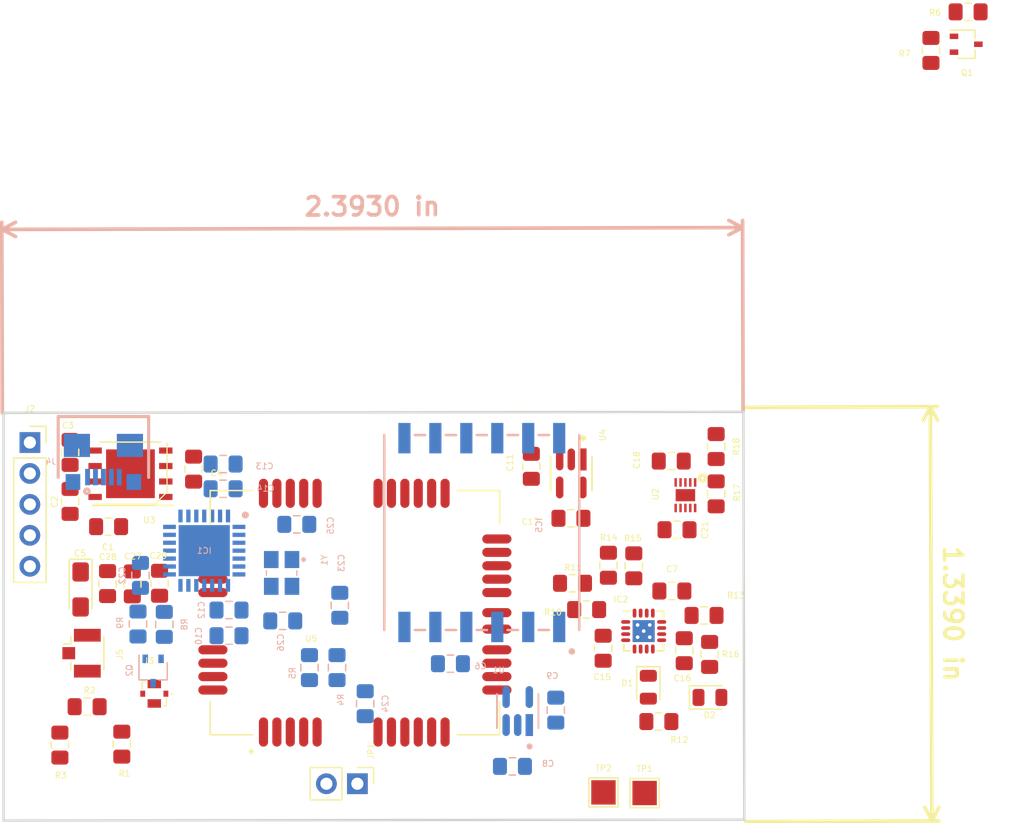
<source format=kicad_pcb>
(kicad_pcb (version 20171130) (host pcbnew "(5.0.2)-1")
  (layers (0 F.Cu signal) (1 In1.Cu power) (2 In2.Cu power) (31 B.Cu signal) (34 B.Paste user) (35 F.Paste user) (36 B.SilkS user) (37 F.SilkS user) (38 B.Mask user) (39 F.Mask user) (44 Edge.Cuts user))
  (net 0 "")
  (net 1 "Net-(U1-Pad4)")
  (net 2 "Net-(C2-Pad1)")
  (net 3 /simModule/UART_GSM_RTS)
  (net 4 /simModule/UART_RX_GSM)
  (net 5 "Net-(C1-Pad1)")
  (net 6 GND)
  (net 7 /powerSupply/Vcc_3.3V)
  (net 8 "Net-(U3-Pad2)")
  (net 9 "Net-(U3-Pad4)")
  (net 10 "Net-(U3-Pad5)")
  (net 11 /gpsModule/UART_RX_GSM)
  (net 12 "Net-(C3-Pad1)")
  (net 13 "Net-(C4-Pad1)")
  (net 14 "Net-(J2-Pad5)")
  (net 15 "Net-(J3-Pad2)")
  (net 16 "Net-(U4-Pad4)")
  (net 17 "Net-(C17-Pad1)")
  (net 18 /microcontroller/UART_RX3_UC)
  (net 19 /microcontroller/UART_CTS3_UC)
  (net 20 /microcontroller/UART_RX2_UC)
  (net 21 "Net-(C22-Pad1)")
  (net 22 "Net-(C24-Pad1)")
  (net 23 "Net-(Q1-Pad1)")
  (net 24 /microcontroller/RESET2)
  (net 25 /microcontroller/LDO_ENABLE)
  (net 26 /microcontroller/CALL_RECEIVED)
  (net 27 "Net-(C26-Pad1)")
  (net 28 "Net-(C25-Pad1)")
  (net 29 "Net-(FB1-Pad1)")
  (net 30 "Net-(U5-Pad5)")
  (net 31 "Net-(U5-Pad4)")
  (net 32 "Net-(U5-Pad3)")
  (net 33 "Net-(U5-Pad2)")
  (net 34 "Net-(U5-Pad6)")
  (net 35 "Net-(U5-Pad7)")
  (net 36 "Net-(U5-Pad8)")
  (net 37 "Net-(U5-Pad9)")
  (net 38 "Net-(U5-Pad11)")
  (net 39 "Net-(U5-Pad25)")
  (net 40 "Net-(U5-Pad32)")
  (net 41 "Net-(U5-Pad15)")
  (net 42 "Net-(U5-Pad14)")
  (net 43 "Net-(U5-Pad13)")
  (net 44 "Net-(U5-Pad12)")
  (net 45 "Net-(U5-Pad16)")
  (net 46 "Net-(U5-Pad17)")
  (net 47 "Net-(U5-Pad18)")
  (net 48 "Net-(U5-Pad19)")
  (net 49 "Net-(U5-Pad42)")
  (net 50 "Net-(U5-Pad41)")
  (net 51 "Net-(IC5-Pad3)")
  (net 52 "Net-(IC5-Pad6)")
  (net 53 "Net-(IC5-Pad7)")
  (net 54 "Net-(IC5-Pad8)")
  (net 55 "Net-(IC5-Pad9)")
  (net 56 "Net-(IC5-Pad11)")
  (net 57 "Net-(IC5-Pad12)")
  (net 58 "Net-(J3-Pad1)")
  (net 59 "Net-(Q2-Pad1)")
  (net 60 /simModule/GSM_POWER_ON)
  (net 61 /microcontroller/SLEEP)
  (net 62 "Net-(IC1-Pad4)")
  (net 63 "Net-(IC1-Pad14)")
  (net 64 "Net-(IC1-Pad15)")
  (net 65 "Net-(IC1-Pad16)")
  (net 66 "Net-(IC1-Pad21)")
  (net 67 "Net-(IC1-Pad26)")
  (net 68 "Net-(IC1-Pad27)")
  (net 69 "Net-(IC1-Pad28)")
  (net 70 "Net-(IC1-Pad29)")
  (net 71 "Net-(Y1-Pad2)")
  (net 72 "Net-(Y1-Pad4)")
  (net 73 "Net-(IC2-Pad1)")
  (net 74 "Net-(IC2-Pad12)")
  (net 75 "Net-(IC2-Pad14)")
  (net 76 "Net-(IC2-Pad16)")
  (net 77 "Net-(C15-Pad1)")
  (net 78 "Net-(U2-Pad5)")
  (net 79 "Net-(U2-Pad6)")
  (net 80 "Net-(U2-Pad7)")
  (net 81 "Net-(U2-Pad8)")
  (net 82 "Net-(D1-Pad2)")
  (net 83 "Net-(D2-Pad2)")
  (net 84 "Net-(D1-Pad1)")
  (net 85 "Net-(D2-Pad1)")
  (net 86 /microcontroller/USB-)
  (net 87 /microcontroller/USB+)
  (net 88 "Net-(R17-Pad1)")
  (net 89 /powerSupply/Vcc_3.5V)
  (net 90 /powerSupply/3.8V_Bat_5V_USB)
  (net 91 /microcontroller/VBUS)
  (net 92 "Net-(J5-Pad1)")
  (module Connector_Coaxial:U.FL_Hirose_U.FL-R-SMT-1_Vertical (layer F.Cu) (at 105.2068 82.169)
    (fp_text reference J5 (at 3.1242 0.1016 90) (layer F.SilkS) (effects (font (size 0.5 0.5) (thickness 0.075))))
    (fp_text value Conn_Coaxial)
    (pad 2 smd rect (at 0.475 1.475) (size 2.2 1.05) (layers F.Cu F.Paste F.Mask) (net 6 GND))
    (pad 1 smd rect (at -1.05 0) (size 1.05 1) (layers F.Cu F.Paste F.Mask) (net 92 "Net-(J5-Pad1)"))
    (pad 2 smd rect (at 0.475 -1.475) (size 2.2 1.05) (layers F.Cu F.Paste F.Mask) (net 6 GND))
  )
  (module Resistor_SMD:R_0805_2012Metric_Pad1.15x1.40mm_HandSolder (layer F.Cu) (at 157.2768 65.2018 270)
    (fp_text reference R18 (at 0 -1.65 270) (layer F.SilkS) (effects (font (size 0.5 0.5) (thickness 0.075))))
    (fp_text value 1kOhm)
    (pad 2 smd roundrect (at 1.025 0 270) (size 1.15 1.4) (layers F.Cu F.Paste F.Mask) (roundrect_rratio 0.217391) (net 88 "Net-(R17-Pad1)"))
    (pad 1 smd roundrect (at -1.025 0 270) (size 1.15 1.4) (layers F.Cu F.Paste F.Mask) (roundrect_rratio 0.217391) (net 6 GND))
  )
  (module Resistor_SMD:R_0805_2012Metric_Pad1.15x1.40mm_HandSolder (layer F.Cu) (at 157.2768 69.088 270)
    (fp_text reference R17 (at -0.1016 -1.7018 90) (layer F.SilkS) (effects (font (size 0.5 0.5) (thickness 0.075))))
    (fp_text value 5.56kOhm)
    (pad 1 smd roundrect (at -1.025 0 270) (size 1.15 1.4) (layers F.Cu F.Paste F.Mask) (roundrect_rratio 0.217391) (net 88 "Net-(R17-Pad1)"))
    (pad 2 smd roundrect (at 1.025 0 270) (size 1.15 1.4) (layers F.Cu F.Paste F.Mask) (roundrect_rratio 0.217391) (net 89 /powerSupply/Vcc_3.5V))
  )
  (module Capacitor_SMD:C_0805_2012Metric_Pad1.15x1.40mm_HandSolder (layer F.Cu) (at 153.5938 66.3956 180)
    (fp_text reference C18 (at 2.8358 0.0762 270) (layer F.SilkS) (effects (font (size 0.5 0.5) (thickness 0.075))))
    (fp_text value 470nF)
    (pad 2 smd roundrect (at 1.025 0 180) (size 1.15 1.4) (layers F.Cu F.Paste F.Mask) (roundrect_rratio 0.217391) (net 6 GND))
    (pad 1 smd roundrect (at -1.025 0 180) (size 1.15 1.4) (layers F.Cu F.Paste F.Mask) (roundrect_rratio 0.217391) (net 89 /powerSupply/Vcc_3.5V))
  )
  (module Capacitor_SMD:C_0805_2012Metric_Pad1.15x1.40mm_HandSolder (layer F.Cu) (at 154.0674 72.0344 180)
    (fp_text reference C21 (at -2.295 -0.0254 270) (layer F.SilkS) (effects (font (size 0.5 0.5) (thickness 0.075))))
    (fp_text value 10uF)
    (pad 1 smd roundrect (at -1.025 0 180) (size 1.15 1.4) (layers F.Cu F.Paste F.Mask) (roundrect_rratio 0.217391) (net 90 /powerSupply/3.8V_Bat_5V_USB))
    (pad 2 smd roundrect (at 1.025 0 180) (size 1.15 1.4) (layers F.Cu F.Paste F.Mask) (roundrect_rratio 0.217391) (net 6 GND))
  )
  (module Capacitor_SMD:C_0805_2012Metric_Pad1.15x1.40mm_HandSolder (layer F.Cu) (at 154.6606 81.9658 270)
    (fp_text reference C16 (at 2.2606 0.1524) (layer F.SilkS) (effects (font (size 0.5 0.5) (thickness 0.075))))
    (fp_text value 4.7uF)
    (pad 2 smd roundrect (at 1.025 0 270) (size 1.15 1.4) (layers F.Cu F.Paste F.Mask) (roundrect_rratio 0.217391) (net 6 GND))
    (pad 1 smd roundrect (at -1.025 0 270) (size 1.15 1.4) (layers F.Cu F.Paste F.Mask) (roundrect_rratio 0.217391) (net 90 /powerSupply/3.8V_Bat_5V_USB))
  )
  (module Capacitor_SMD:C_0805_2012Metric_Pad1.15x1.40mm_HandSolder (layer F.Cu) (at 148.0058 81.7626 270)
    (fp_text reference C15 (at 2.3622 0.0762) (layer F.SilkS) (effects (font (size 0.5 0.5) (thickness 0.075))))
    (fp_text value 4.7uF)
    (pad 1 smd roundrect (at -1.025 0 270) (size 1.15 1.4) (layers F.Cu F.Paste F.Mask) (roundrect_rratio 0.217391) (net 77 "Net-(C15-Pad1)"))
    (pad 2 smd roundrect (at 1.025 0 270) (size 1.15 1.4) (layers F.Cu F.Paste F.Mask) (roundrect_rratio 0.217391) (net 6 GND))
  )
  (module LED_SMD:LED_0805_2012Metric (layer F.Cu) (at 156.7688 85.8012)
    (fp_text reference D2 (at -0.0254 1.4478) (layer F.SilkS) (effects (font (size 0.5 0.5) (thickness 0.075))))
    (fp_text value LED_Small)
    (pad 2 smd roundrect (at 0.9375 0) (size 0.975 1.4) (layers F.Cu F.Paste F.Mask) (net 83 "Net-(D2-Pad2)"))
    (pad 1 smd roundrect (at -0.9375 0) (size 0.975 1.4) (layers F.Cu F.Paste F.Mask) (net 85 "Net-(D2-Pad1)"))
  )
  (module LED_SMD:LED_0805_2012Metric (layer F.Cu) (at 151.7142 84.963 270)
    (fp_text reference D1 (at -0.3302 1.7272 180) (layer F.SilkS) (effects (font (size 0.5 0.5) (thickness 0.075))))
    (fp_text value LED_Small)
    (pad 1 smd roundrect (at -0.9375 0 270) (size 0.975 1.4) (layers F.Cu F.Paste F.Mask) (net 84 "Net-(D1-Pad1)"))
    (pad 2 smd roundrect (at 0.9375 0 270) (size 0.975 1.4) (layers F.Cu F.Paste F.Mask) (net 82 "Net-(D1-Pad2)"))
  )
  (module Resistor_SMD:R_0805_2012Metric_Pad1.15x1.40mm_HandSolder (layer F.Cu) (at 146.6506 78.5876 180)
    (fp_text reference R10 (at 2.7596 -0.2286 180) (layer F.SilkS) (effects (font (size 0.5 0.5) (thickness 0.075))))
    (fp_text value 200kOhm)
    (pad 1 smd roundrect (at -1.025 0 180) (size 1.15 1.4) (layers F.Cu F.Paste F.Mask) (roundrect_rratio 0.217391) (net 73 "Net-(IC2-Pad1)"))
    (pad 2 smd roundrect (at 1.025 0 180) (size 1.15 1.4) (layers F.Cu F.Paste F.Mask) (roundrect_rratio 0.217391) (net 91 /microcontroller/VBUS))
  )
  (module Resistor_SMD:R_0805_2012Metric_Pad1.15x1.40mm_HandSolder (layer F.Cu) (at 150.5204 74.9972 270)
    (fp_text reference R15 (at -2.2606 0.0762) (layer F.SilkS) (effects (font (size 0.5 0.5) (thickness 0.075))))
    (fp_text value 0ohm)
    (pad 2 smd roundrect (at 1.025 0 270) (size 1.15 1.4) (layers F.Cu F.Paste F.Mask) (roundrect_rratio 0.217391) (net 75 "Net-(IC2-Pad14)"))
    (pad 1 smd roundrect (at -1.025 0 270) (size 1.15 1.4) (layers F.Cu F.Paste F.Mask) (roundrect_rratio 0.217391) (net 6 GND))
  )
  (module Resistor_SMD:R_0805_2012Metric_Pad1.15x1.40mm_HandSolder (layer F.Cu) (at 156.7434 82.2706 90)
    (fp_text reference R16 (at 0.0254 1.7272 180) (layer F.SilkS) (effects (font (size 0.5 0.5) (thickness 0.075))))
    (fp_text value 1.5kOhm)
    (pad 1 smd roundrect (at -1.025 0 90) (size 1.15 1.4) (layers F.Cu F.Paste F.Mask) (roundrect_rratio 0.217391) (net 83 "Net-(D2-Pad2)"))
    (pad 2 smd roundrect (at 1.025 0 90) (size 1.15 1.4) (layers F.Cu F.Paste F.Mask) (roundrect_rratio 0.217391) (net 90 /powerSupply/3.8V_Bat_5V_USB))
  )
  (module Resistor_SMD:R_0805_2012Metric_Pad1.15x1.40mm_HandSolder (layer F.Cu) (at 148.4376 74.9464 270)
    (fp_text reference R14 (at -2.2696 -0.0254 180) (layer F.SilkS) (effects (font (size 0.5 0.5) (thickness 0.075))))
    (fp_text value 900ohm)
    (pad 2 smd roundrect (at 1.025 0 270) (size 1.15 1.4) (layers F.Cu F.Paste F.Mask) (roundrect_rratio 0.217391) (net 76 "Net-(IC2-Pad16)"))
    (pad 1 smd roundrect (at -1.025 0 270) (size 1.15 1.4) (layers F.Cu F.Paste F.Mask) (roundrect_rratio 0.217391) (net 6 GND))
  )
  (module Resistor_SMD:R_0805_2012Metric_Pad1.15x1.40mm_HandSolder (layer F.Cu) (at 156.2862 79.0702 180)
    (fp_text reference R13 (at -2.6162 1.651 180) (layer F.SilkS) (effects (font (size 0.5 0.5) (thickness 0.075))))
    (fp_text value NP)
    (pad 1 smd roundrect (at -1.025 0 180) (size 1.15 1.4) (layers F.Cu F.Paste F.Mask) (roundrect_rratio 0.217391) (net 6 GND))
    (pad 2 smd roundrect (at 1.025 0 180) (size 1.15 1.4) (layers F.Cu F.Paste F.Mask) (roundrect_rratio 0.217391) (net 74 "Net-(IC2-Pad12)"))
  )
  (module Resistor_SMD:R_0805_2012Metric_Pad1.15x1.40mm_HandSolder (layer F.Cu) (at 152.5778 87.7824)
    (fp_text reference R12 (at 1.6764 1.4986) (layer F.SilkS) (effects (font (size 0.5 0.5) (thickness 0.075))))
    (fp_text value 1.5kOhm)
    (pad 2 smd roundrect (at 1.025 0) (size 1.15 1.4) (layers F.Cu F.Paste F.Mask) (roundrect_rratio 0.217391) (net 90 /powerSupply/3.8V_Bat_5V_USB))
    (pad 1 smd roundrect (at -1.025 0) (size 1.15 1.4) (layers F.Cu F.Paste F.Mask) (roundrect_rratio 0.217391) (net 82 "Net-(D1-Pad2)"))
  )
  (module Resistor_SMD:R_0805_2012Metric_Pad1.15x1.40mm_HandSolder (layer F.Cu) (at 145.4912 76.4286)
    (fp_text reference R11 (at 0.0508 -1.2954) (layer F.SilkS) (effects (font (size 0.5 0.5) (thickness 0.075))))
    (fp_text value 49.9kOhm)
    (pad 1 smd roundrect (at -1.025 0) (size 1.15 1.4) (layers F.Cu F.Paste F.Mask) (roundrect_rratio 0.217391) (net 6 GND))
    (pad 2 smd roundrect (at 1.025 0) (size 1.15 1.4) (layers F.Cu F.Paste F.Mask) (roundrect_rratio 0.217391) (net 73 "Net-(IC2-Pad1)"))
  )
  (module TLV75201PDSQT:SON40P200X200X80-11N (layer F.Cu) (at 154.7558 69.1982 270)
    (fp_text reference U2 (at -0.0848 2.4574 270) (layer F.SilkS) (effects (font (size 0.5 0.5) (thickness 0.075))))
    (fp_text value TLV75201PDSQT hide)
    (pad 1 smd rect (at -1.05 -0.8) (size 0.2 0.7) (layers F.Cu F.Paste F.Mask) (net 88 "Net-(R17-Pad1)"))
    (pad 2 smd rect (at -1.05 -0.4) (size 0.2 0.7) (layers F.Cu F.Paste F.Mask) (net 6 GND))
    (pad 3 smd rect (at -1.05 0) (size 0.2 0.7) (layers F.Cu F.Paste F.Mask) (net 89 /powerSupply/Vcc_3.5V))
    (pad 4 smd rect (at -1.05 0.4) (size 0.2 0.7) (layers F.Cu F.Paste F.Mask) (net 6 GND))
    (pad 5 smd rect (at -1.05 0.8) (size 0.2 0.7) (layers F.Cu F.Paste F.Mask) (net 78 "Net-(U2-Pad5)"))
    (pad 6 smd rect (at 1.05 0.8) (size 0.2 0.7) (layers F.Cu F.Paste F.Mask) (net 79 "Net-(U2-Pad6)"))
    (pad 7 smd rect (at 1.05 0.4) (size 0.2 0.7) (layers F.Cu F.Paste F.Mask) (net 80 "Net-(U2-Pad7)"))
    (pad 8 smd rect (at 1.05 0) (size 0.2 0.7) (layers F.Cu F.Paste F.Mask) (net 81 "Net-(U2-Pad8)"))
    (pad 9 smd rect (at 1.05 -0.4) (size 0.2 0.7) (layers F.Cu F.Paste F.Mask) (net 90 /powerSupply/3.8V_Bat_5V_USB))
    (pad 10 smd rect (at 1.05 -0.8) (size 0.2 0.7) (layers F.Cu F.Paste F.Mask) (net 89 /powerSupply/Vcc_3.5V))
    (pad 11 smd rect (at 0 0 270) (size 1 1.6) (layers F.Cu F.Paste F.Mask) (net 6 GND))
  )
  (module TestPoint:TestPoint_Pad_2.0x2.0mm (layer F.Cu) (at 151.4094 93.6498)
    (fp_text reference TP1 (at 0 -1.998) (layer F.SilkS) (effects (font (size 0.5 0.5) (thickness 0.075))))
    (fp_text value Battery_GND)
    (pad 1 smd rect (at 0 0) (size 2 2) (layers F.Cu F.Mask) (net 6 GND))
  )
  (module TestPoint:TestPoint_Pad_2.0x2.0mm (layer F.Cu) (at 148.0312 93.599)
    (fp_text reference TP2 (at 0 -1.998) (layer F.SilkS) (effects (font (size 0.5 0.5) (thickness 0.075))))
    (fp_text value Battery+)
    (pad 1 smd rect (at 0 0) (size 2 2) (layers F.Cu F.Mask) (net 77 "Net-(C15-Pad1)"))
  )
  (module Package_DFN_QFN:QFN-16-1EP_3x3mm_P0.5mm_EP2.7x2.7mm_ThermalVias (layer F.Cu) (at 151.3314 80.3536)
    (fp_text reference IC2 (at -1.8778 -2.6042) (layer F.SilkS) (effects (font (size 0.5 0.5) (thickness 0.075))))
    (fp_text value BQ24072TRGTT)
    (pad 1 smd oval (at -1.475 -0.75) (size 0.75 0.3) (layers F.Cu F.Paste F.Mask) (net 73 "Net-(IC2-Pad1)"))
    (pad 2 smd oval (at -1.475 -0.25) (size 0.75 0.3) (layers F.Cu F.Paste F.Mask) (net 77 "Net-(C15-Pad1)"))
    (pad 3 smd oval (at -1.475 0.25) (size 0.75 0.3) (layers F.Cu F.Paste F.Mask) (net 77 "Net-(C15-Pad1)"))
    (pad 4 smd oval (at -1.475 0.75) (size 0.75 0.3) (layers F.Cu F.Paste F.Mask) (net 6 GND))
    (pad 5 smd oval (at -0.75 1.475 90) (size 0.75 0.3) (layers F.Cu F.Paste F.Mask) (net 6 GND))
    (pad 6 smd oval (at -0.25 1.475 90) (size 0.75 0.3) (layers F.Cu F.Paste F.Mask) (net 6 GND))
    (pad 7 smd oval (at 0.25 1.475 90) (size 0.75 0.3) (layers F.Cu F.Paste F.Mask) (net 84 "Net-(D1-Pad1)"))
    (pad 8 smd oval (at 0.75 1.475 90) (size 0.75 0.3) (layers F.Cu F.Paste F.Mask) (net 6 GND))
    (pad 9 smd oval (at 1.475 0.75) (size 0.75 0.3) (layers F.Cu F.Paste F.Mask) (net 85 "Net-(D2-Pad1)"))
    (pad 10 smd oval (at 1.475 0.25) (size 0.75 0.3) (layers F.Cu F.Paste F.Mask) (net 90 /powerSupply/3.8V_Bat_5V_USB))
    (pad 11 smd oval (at 1.475 -0.25) (size 0.75 0.3) (layers F.Cu F.Paste F.Mask) (net 90 /powerSupply/3.8V_Bat_5V_USB))
    (pad 12 smd oval (at 1.475 -0.75) (size 0.75 0.3) (layers F.Cu F.Paste F.Mask) (net 74 "Net-(IC2-Pad12)"))
    (pad 13 smd oval (at 0.75 -1.475 90) (size 0.75 0.3) (layers F.Cu F.Paste F.Mask) (net 91 /microcontroller/VBUS))
    (pad 14 smd oval (at 0.25 -1.475 90) (size 0.75 0.3) (layers F.Cu F.Paste F.Mask) (net 75 "Net-(IC2-Pad14)"))
    (pad 15 smd oval (at -0.25 -1.475 90) (size 0.75 0.3) (layers F.Cu F.Paste F.Mask) (net 6 GND))
    (pad 16 smd oval (at -0.75 -1.475 90) (size 0.75 0.3) (layers F.Cu F.Paste F.Mask) (net 76 "Net-(IC2-Pad16)"))
    (pad 17 smd rect (at 0 0) (size 1.8 1.8) (layers B.Cu) (net 6 GND))
    (pad 17 smd rect (at 0 0) (size 1.8 1.8) (layers F.Cu F.Mask) (net 6 GND))
    (pad 17 thru_hole circle (at 0 0) (size 0.6 0.6) (drill 0.3) (layers *.Cu) (net 6 GND))
    (pad 17 thru_hole circle (at -0.5 -0.5) (size 0.6 0.6) (drill 0.3) (layers *.Cu) (net 6 GND))
    (pad 17 thru_hole circle (at 0.5 -0.5) (size 0.6 0.6) (drill 0.3) (layers *.Cu) (net 6 GND))
    (pad 17 thru_hole circle (at 0.5 0.5) (size 0.6 0.6) (drill 0.3) (layers *.Cu) (net 6 GND))
    (pad 17 thru_hole circle (at -0.5 0.5) (size 0.6 0.6) (drill 0.3) (layers *.Cu) (net 6 GND))
  )
  (module USB_JAE:DX4R005HJ5 (layer B.Cu) (at 103.290893 68.140403)
    (fp_text reference J4 (at -0.6096 -1.7018) (layer B.SilkS) (effects (font (size 0.5 0.5) (thickness 0.075)) (justify mirror)))
    (fp_text value USB_A hide)
    (pad 1 smd rect (at 2.41 -0.429) (size 0.4 1.35) (layers B.Cu B.Paste B.Mask) (net 91 /microcontroller/VBUS))
    (pad 2 smd rect (at 3.06 -0.429) (size 0.4 1.35) (layers B.Cu B.Paste B.Mask) (net 86 /microcontroller/USB-))
    (pad 3 smd rect (at 3.71 -0.429) (size 0.4 1.35) (layers B.Cu B.Paste B.Mask) (net 87 /microcontroller/USB+))
    (pad 4 smd rect (at 4.36 -0.429) (size 0.4 1.35) (layers B.Cu B.Paste B.Mask) (net 6 GND))
    (pad 5 smd rect (at 5.01 -0.429) (size 0.4 1.35) (layers B.Cu B.Paste B.Mask) (net 6 GND))
    (pad 6 smd rect (at 6.21 -0.029) (size 1.2 1.3) (layers B.Cu B.Paste B.Mask))
    (pad 7 smd rect (at 1.21 -0.029) (size 1.2 1.3) (layers B.Cu B.Paste B.Mask))
    (pad 8 smd rect (at 1.535 -3.029 270) (size 1.9 2.15) (layers B.Cu B.Paste B.Mask))
    (pad 9 smd rect (at 5.885 -3.029 270) (size 1.9 2.15) (layers B.Cu B.Paste B.Mask))
  )
  (module PIC32MM0256GPM028-I_ML:QFN65P600X600X100-29N-D (layer B.Cu) (at 115.272801 73.75144 180)
    (fp_text reference IC1 (at 0 0 180) (layer B.SilkS) (effects (font (size 0.5 0.5) (thickness 0.075)) (justify mirror)))
    (fp_text value PIC32MM0256GPM028-I_ML hide)
    (pad 1 smd rect (at -2.85 1.95 90) (size 0.35 1.05) (layers B.Cu B.Paste B.Mask) (net 20 /microcontroller/UART_RX2_UC))
    (pad 2 smd rect (at -2.85 1.3 90) (size 0.35 1.05) (layers B.Cu B.Paste B.Mask) (net 11 /gpsModule/UART_RX_GSM))
    (pad 3 smd rect (at -2.85 0.65 90) (size 0.35 1.05) (layers B.Cu B.Paste B.Mask) (net 61 /microcontroller/SLEEP))
    (pad 4 smd rect (at -2.85 0 90) (size 0.35 1.05) (layers B.Cu B.Paste B.Mask) (net 62 "Net-(IC1-Pad4)"))
    (pad 5 smd rect (at -2.85 -0.65 90) (size 0.35 1.05) (layers B.Cu B.Paste B.Mask) (net 6 GND))
    (pad 6 smd rect (at -2.85 -1.3 90) (size 0.35 1.05) (layers B.Cu B.Paste B.Mask) (net 28 "Net-(C25-Pad1)"))
    (pad 7 smd rect (at -2.85 -1.95 90) (size 0.35 1.05) (layers B.Cu B.Paste B.Mask) (net 27 "Net-(C26-Pad1)"))
    (pad 8 smd rect (at -1.95 -2.85 180) (size 0.35 1.05) (layers B.Cu B.Paste B.Mask) (net 4 /simModule/UART_RX_GSM))
    (pad 9 smd rect (at -1.3 -2.85 180) (size 0.35 1.05) (layers B.Cu B.Paste B.Mask) (net 18 /microcontroller/UART_RX3_UC))
    (pad 10 smd rect (at -0.65 -2.85 180) (size 0.35 1.05) (layers B.Cu B.Paste B.Mask) (net 89 /powerSupply/Vcc_3.5V))
    (pad 11 smd rect (at 0 -2.85 180) (size 0.35 1.05) (layers B.Cu B.Paste B.Mask) (net 19 /microcontroller/UART_CTS3_UC))
    (pad 12 smd rect (at 0.65 -2.85 180) (size 0.35 1.05) (layers B.Cu B.Paste B.Mask) (net 91 /microcontroller/VBUS))
    (pad 13 smd rect (at 1.3 -2.85 180) (size 0.35 1.05) (layers B.Cu B.Paste B.Mask) (net 3 /simModule/UART_GSM_RTS))
    (pad 14 smd rect (at 1.95 -2.85 180) (size 0.35 1.05) (layers B.Cu B.Paste B.Mask) (net 63 "Net-(IC1-Pad14)"))
    (pad 15 smd rect (at 2.85 -1.95 90) (size 0.35 1.05) (layers B.Cu B.Paste B.Mask) (net 64 "Net-(IC1-Pad15)"))
    (pad 16 smd rect (at 2.85 -1.3 90) (size 0.35 1.05) (layers B.Cu B.Paste B.Mask) (net 65 "Net-(IC1-Pad16)"))
    (pad 17 smd rect (at 2.85 -0.65 90) (size 0.35 1.05) (layers B.Cu B.Paste B.Mask) (net 21 "Net-(C22-Pad1)"))
    (pad 18 smd rect (at 2.85 0 90) (size 0.35 1.05) (layers B.Cu B.Paste B.Mask) (net 86 /microcontroller/USB-))
    (pad 19 smd rect (at 2.85 0.65 90) (size 0.35 1.05) (layers B.Cu B.Paste B.Mask) (net 87 /microcontroller/USB+))
    (pad 20 smd rect (at 2.85 1.3 90) (size 0.35 1.05) (layers B.Cu B.Paste B.Mask) (net 17 "Net-(C17-Pad1)"))
    (pad 21 smd rect (at 2.85 1.95 90) (size 0.35 1.05) (layers B.Cu B.Paste B.Mask) (net 66 "Net-(IC1-Pad21)"))
    (pad 22 smd rect (at 1.95 2.85 180) (size 0.35 1.05) (layers B.Cu B.Paste B.Mask) (net 26 /microcontroller/CALL_RECEIVED))
    (pad 23 smd rect (at 1.3 2.85 180) (size 0.35 1.05) (layers B.Cu B.Paste B.Mask) (net 25 /microcontroller/LDO_ENABLE))
    (pad 24 smd rect (at 0.65 2.85 180) (size 0.35 1.05) (layers B.Cu B.Paste B.Mask) (net 6 GND))
    (pad 25 smd rect (at 0 2.85 180) (size 0.35 1.05) (layers B.Cu B.Paste B.Mask) (net 89 /powerSupply/Vcc_3.5V))
    (pad 26 smd rect (at -0.65 2.85 180) (size 0.35 1.05) (layers B.Cu B.Paste B.Mask) (net 67 "Net-(IC1-Pad26)"))
    (pad 27 smd rect (at -1.3 2.85 180) (size 0.35 1.05) (layers B.Cu B.Paste B.Mask) (net 68 "Net-(IC1-Pad27)"))
    (pad 28 smd rect (at -1.95 2.85 180) (size 0.35 1.05) (layers B.Cu B.Paste B.Mask) (net 69 "Net-(IC1-Pad28)"))
    (pad 29 smd rect (at 0 0 180) (size 4.2 4.2) (layers B.Cu B.Paste B.Mask) (net 70 "Net-(IC1-Pad29)"))
  )
  (module Package_TO_SOT_SMD:SOT-323_SC-70 (layer B.Cu) (at 111.081801 83.63204 270)
    (fp_text reference Q2 (at -0.05 1.95 270) (layer B.SilkS) (effects (font (size 0.5 0.5) (thickness 0.075)) (justify mirror)))
    (fp_text value BC847BW,115)
    (pad 1 smd rect (at -1 0.65) (size 0.45 0.7) (layers B.Cu B.Paste B.Mask) (net 59 "Net-(Q2-Pad1)"))
    (pad 2 smd rect (at -1 -0.65) (size 0.45 0.7) (layers B.Cu B.Paste B.Mask) (net 6 GND))
    (pad 3 smd rect (at 1 0) (size 0.45 0.7) (layers B.Cu B.Paste B.Mask) (net 60 /simModule/GSM_POWER_ON))
  )
  (module Resistor_SMD:R_0805_2012Metric_Pad1.15x1.40mm_HandSolder (layer B.Cu) (at 109.837201 79.77124 90)
    (fp_text reference R9 (at 0.1016 -1.4732 90) (layer B.SilkS) (effects (font (size 0.5 0.5) (thickness 0.075)) (justify mirror)))
    (fp_text value 47kOhm)
    (pad 2 smd roundrect (at 1.025 0 90) (size 1.15 1.4) (layers B.Cu B.Paste B.Mask) (roundrect_rratio 0.217391) (net 6 GND))
    (pad 1 smd roundrect (at -1.025 0 90) (size 1.15 1.4) (layers B.Cu B.Paste B.Mask) (roundrect_rratio 0.217391) (net 59 "Net-(Q2-Pad1)"))
  )
  (module Resistor_SMD:R_0805_2012Metric_Pad1.15x1.40mm_HandSolder (layer B.Cu) (at 111.996201 79.80564 90)
    (fp_text reference R8 (at 0 1.65 90) (layer B.SilkS) (effects (font (size 0.5 0.5) (thickness 0.075)) (justify mirror)))
    (fp_text value 10kOhm)
    (pad 1 smd roundrect (at -1.025 0 90) (size 1.15 1.4) (layers B.Cu B.Paste B.Mask) (roundrect_rratio 0.217391) (net 59 "Net-(Q2-Pad1)"))
    (pad 2 smd roundrect (at 1.025 0 90) (size 1.15 1.4) (layers B.Cu B.Paste B.Mask) (roundrect_rratio 0.217391) (net 65 "Net-(IC1-Pad16)"))
  )
  (module Capacitor_SMD:C_0805_2012Metric_Pad1.15x1.40mm_HandSolder (layer F.Cu) (at 111.6076 76.4286 270)
    (fp_text reference C29 (at -2.2606 0.1016) (layer F.SilkS) (effects (font (size 0.5 0.5) (thickness 0.075))))
    (fp_text value 10pF)
    (pad 1 smd roundrect (at -1.025 0 270) (size 1.15 1.4) (layers F.Cu F.Paste F.Mask) (roundrect_rratio 0.217391) (net 89 /powerSupply/Vcc_3.5V))
    (pad 2 smd roundrect (at 1.025 0 270) (size 1.15 1.4) (layers F.Cu F.Paste F.Mask) (roundrect_rratio 0.217391) (net 6 GND))
  )
  (module L86-M33:L80-M39 (layer B.Cu) (at 132.969 64.516 270)
    (fp_text reference IC5 (at 7.154 -9.779 270) (layer B.SilkS) (effects (font (size 0.5 0.5) (thickness 0.075)) (justify mirror)))
    (fp_text value L86-M33 hide)
    (pad 1 smd rect (at 15.5 -11.43 180) (size 1 2.5) (layers B.Cu B.Paste B.Mask) (net 11 /gpsModule/UART_RX_GSM))
    (pad 2 smd rect (at 15.5 -8.89 180) (size 1 2.5) (layers B.Cu B.Paste B.Mask) (net 20 /microcontroller/UART_RX2_UC))
    (pad 3 smd rect (at 15.5 -6.35 180) (size 1 2.5) (layers B.Cu B.Paste B.Mask) (net 51 "Net-(IC5-Pad3)"))
    (pad 4 smd rect (at 15.5 -3.81 180) (size 1 2.5) (layers B.Cu B.Paste B.Mask) (net 7 /powerSupply/Vcc_3.3V))
    (pad 5 smd rect (at 15.5 -1.27 180) (size 1 2.5) (layers B.Cu B.Paste B.Mask) (net 7 /powerSupply/Vcc_3.3V))
    (pad 6 smd rect (at 15.5 1.27 180) (size 1 2.5) (layers B.Cu B.Paste B.Mask) (net 52 "Net-(IC5-Pad6)"))
    (pad 7 smd rect (at 0 1.27 180) (size 1 2.5) (layers B.Cu B.Paste B.Mask) (net 53 "Net-(IC5-Pad7)"))
    (pad 8 smd rect (at 0 -1.27 180) (size 1 2.5) (layers B.Cu B.Paste B.Mask) (net 54 "Net-(IC5-Pad8)"))
    (pad 9 smd rect (at 0 -3.81 180) (size 1 2.5) (layers B.Cu B.Paste B.Mask) (net 55 "Net-(IC5-Pad9)"))
    (pad 10 smd rect (at 0 -6.35 180) (size 1 2.5) (layers B.Cu B.Paste B.Mask) (net 7 /powerSupply/Vcc_3.3V))
    (pad 11 smd rect (at 0 -8.89 180) (size 1 2.5) (layers B.Cu B.Paste B.Mask) (net 56 "Net-(IC5-Pad11)"))
    (pad 12 smd rect (at 0 -11.43 180) (size 1 2.5) (layers B.Cu B.Paste B.Mask) (net 57 "Net-(IC5-Pad12)"))
  )
  (module Quectel_M95:XCVR_M95 (layer F.Cu) (at 127.635 78.8416 90)
    (fp_text reference U5 (at -2.1336 -3.5814 180) (layer F.SilkS) (effects (font (size 0.5 0.5) (thickness 0.075))))
    (fp_text value M95)
    (pad 5 smd oval (at -9.8 -3.1 90) (size 2.4 0.75) (layers F.Cu F.Mask) (net 30 "Net-(U5-Pad5)"))
    (pad 27 smd oval (at 9.8 -3.1 90) (size 2.4 0.75) (layers F.Cu F.Mask) (net 5 "Net-(C1-Pad1)"))
    (pad 4 smd oval (at -9.8 -4.2 90) (size 2.4 0.75) (layers F.Cu F.Mask) (net 31 "Net-(U5-Pad4)"))
    (pad 3 smd oval (at -9.8 -5.3 90) (size 2.4 0.75) (layers F.Cu F.Mask) (net 32 "Net-(U5-Pad3)"))
    (pad 2 smd oval (at -9.8 -6.4 90) (size 2.4 0.75) (layers F.Cu F.Mask) (net 33 "Net-(U5-Pad2)"))
    (pad 1 smd oval (at -9.8 -7.5 90) (size 2.4 0.75) (layers F.Cu F.Mask) (net 6 GND))
    (pad 28 smd oval (at 9.8 -4.2 90) (size 2.4 0.75) (layers F.Cu F.Mask) (net 2 "Net-(C2-Pad1)"))
    (pad 29 smd oval (at 9.8 -5.3 90) (size 2.4 0.75) (layers F.Cu F.Mask) (net 13 "Net-(C4-Pad1)"))
    (pad 30 smd oval (at 9.8 -6.4 90) (size 2.4 0.75) (layers F.Cu F.Mask) (net 12 "Net-(C3-Pad1)"))
    (pad 31 smd oval (at 9.8 -7.5 90) (size 2.4 0.75) (layers F.Cu F.Mask) (net 6 GND))
    (pad 6 smd oval (at -9.8 1.9 90) (size 2.4 0.75) (layers F.Cu F.Mask) (net 34 "Net-(U5-Pad6)"))
    (pad 26 smd oval (at 9.8 1.9 90) (size 2.4 0.75) (layers F.Cu F.Mask) (net 26 /microcontroller/CALL_RECEIVED))
    (pad 7 smd oval (at -9.8 3 90) (size 2.4 0.75) (layers F.Cu F.Mask) (net 35 "Net-(U5-Pad7)"))
    (pad 8 smd oval (at -9.8 4.1 90) (size 2.4 0.75) (layers F.Cu F.Mask) (net 36 "Net-(U5-Pad8)"))
    (pad 9 smd oval (at -9.8 5.2 90) (size 2.4 0.75) (layers F.Cu F.Mask) (net 37 "Net-(U5-Pad9)"))
    (pad 10 smd oval (at -9.8 6.3 90) (size 2.4 0.75) (layers F.Cu F.Mask) (net 60 /simModule/GSM_POWER_ON))
    (pad 11 smd oval (at -9.8 7.4 90) (size 2.4 0.75) (layers F.Cu F.Mask) (net 38 "Net-(U5-Pad11)"))
    (pad 25 smd oval (at 9.8 3 90) (size 2.4 0.75) (layers F.Cu F.Mask) (net 39 "Net-(U5-Pad25)"))
    (pad 24 smd oval (at 9.8 4.1 90) (size 2.4 0.75) (layers F.Cu F.Mask) (net 19 /microcontroller/UART_CTS3_UC))
    (pad 23 smd oval (at 9.8 5.2 90) (size 2.4 0.75) (layers F.Cu F.Mask) (net 3 /simModule/UART_GSM_RTS))
    (pad 22 smd oval (at 9.8 6.3 90) (size 2.4 0.75) (layers F.Cu F.Mask) (net 18 /microcontroller/UART_RX3_UC))
    (pad 21 smd oval (at 9.8 7.4 90) (size 2.4 0.75) (layers F.Cu F.Mask) (net 4 /simModule/UART_RX_GSM))
    (pad 37 smd oval (at -3.05 -11.65 90) (size 0.75 2.4) (layers F.Cu F.Mask) (net 6 GND))
    (pad 38 smd oval (at -4.15 -11.65 90) (size 0.75 2.4) (layers F.Cu F.Mask) (net 6 GND))
    (pad 39 smd oval (at -5.25 -11.65 90) (size 0.75 2.4) (layers F.Cu F.Mask) (net 58 "Net-(J3-Pad1)"))
    (pad 40 smd oval (at -6.35 -11.65 90) (size 0.75 2.4) (layers F.Cu F.Mask) (net 6 GND))
    (pad 36 smd oval (at 1.65 -11.65 90) (size 0.75 2.4) (layers F.Cu F.Mask) (net 6 GND))
    (pad 35 smd oval (at 2.75 -11.65 90) (size 0.75 2.4) (layers F.Cu F.Mask) (net 6 GND))
    (pad 34 smd oval (at 3.85 -11.65 90) (size 0.75 2.4) (layers F.Cu F.Mask) (net 29 "Net-(FB1-Pad1)"))
    (pad 33 smd oval (at 4.95 -11.65 90) (size 0.75 2.4) (layers F.Cu F.Mask) (net 29 "Net-(FB1-Pad1)"))
    (pad 32 smd oval (at 6.05 -11.65 90) (size 0.75 2.4) (layers F.Cu F.Mask) (net 40 "Net-(U5-Pad32)"))
    (pad 15 smd oval (at -3.05 11.65 90) (size 0.75 2.4) (layers F.Cu F.Mask) (net 41 "Net-(U5-Pad15)"))
    (pad 14 smd oval (at -4.15 11.65 90) (size 0.75 2.4) (layers F.Cu F.Mask) (net 42 "Net-(U5-Pad14)"))
    (pad 13 smd oval (at -5.25 11.65 90) (size 0.75 2.4) (layers F.Cu F.Mask) (net 43 "Net-(U5-Pad13)"))
    (pad 12 smd oval (at -6.35 11.65 90) (size 0.75 2.4) (layers F.Cu F.Mask) (net 44 "Net-(U5-Pad12)"))
    (pad 16 smd oval (at 1.65 11.65 90) (size 0.75 2.4) (layers F.Cu F.Mask) (net 45 "Net-(U5-Pad16)"))
    (pad 17 smd oval (at 2.75 11.65 90) (size 0.75 2.4) (layers F.Cu F.Mask) (net 46 "Net-(U5-Pad17)"))
    (pad 18 smd oval (at 3.85 11.65 90) (size 0.75 2.4) (layers F.Cu F.Mask) (net 47 "Net-(U5-Pad18)"))
    (pad 19 smd oval (at 4.95 11.65 90) (size 0.75 2.4) (layers F.Cu F.Mask) (net 48 "Net-(U5-Pad19)"))
    (pad 20 smd oval (at 6.05 11.65 90) (size 0.75 2.4) (layers F.Cu F.Mask) (net 61 /microcontroller/SLEEP))
    (pad 42 smd oval (at 0 11.65 90) (size 0.75 2.4) (layers F.Cu F.Mask) (net 49 "Net-(U5-Pad42)"))
    (pad 41 smd oval (at -1.35 11.65 90) (size 0.75 2.4) (layers F.Cu F.Mask) (net 50 "Net-(U5-Pad41)"))
  )
  (module Capacitor_SMD:C_0805_2012Metric_Pad1.15x1.40mm_HandSolder (layer F.Cu) (at 107.3404 76.454 270)
    (fp_text reference C28 (at -2.1844 -0.0254) (layer F.SilkS) (effects (font (size 0.5 0.5) (thickness 0.075))))
    (fp_text value 100nF)
    (pad 2 smd roundrect (at 1.025 0 270) (size 1.15 1.4) (layers F.Cu F.Paste F.Mask) (roundrect_rratio 0.217391) (net 6 GND))
    (pad 1 smd roundrect (at -1.025 0 270) (size 1.15 1.4) (layers F.Cu F.Paste F.Mask) (roundrect_rratio 0.217391) (net 89 /powerSupply/Vcc_3.5V))
  )
  (module Capacitor_SMD:C_0805_2012Metric_Pad1.15x1.40mm_HandSolder (layer F.Cu) (at 109.3724 76.4794 270)
    (fp_text reference C27 (at -2.2606 -0.0508) (layer F.SilkS) (effects (font (size 0.5 0.5) (thickness 0.075))))
    (fp_text value 33pF)
    (pad 1 smd roundrect (at -1.025 0 270) (size 1.15 1.4) (layers F.Cu F.Paste F.Mask) (roundrect_rratio 0.217391) (net 89 /powerSupply/Vcc_3.5V))
    (pad 2 smd roundrect (at 1.025 0 270) (size 1.15 1.4) (layers F.Cu F.Paste F.Mask) (roundrect_rratio 0.217391) (net 6 GND))
  )
  (module ABM8G-12.288MHZ-18-D2Y-T:ABM8G48000MHZ18D2YT (layer B.Cu) (at 121.622801 75.58024 270)
    (fp_text reference Y1 (at -1.0414 -3.5052 270) (layer B.SilkS) (effects (font (size 0.5 0.5) (thickness 0.075)) (justify mirror)))
    (fp_text value ABM8G-48.000MHZ-18-D2Y-T hide)
    (pad 1 smd rect (at -1.1 -0.85 180) (size 1.2 1.4) (layers B.Cu B.Paste B.Mask) (net 28 "Net-(C25-Pad1)"))
    (pad 2 smd rect (at 1.1 -0.85 180) (size 1.2 1.4) (layers B.Cu B.Paste B.Mask) (net 71 "Net-(Y1-Pad2)"))
    (pad 3 smd rect (at 1.1 0.85 180) (size 1.2 1.4) (layers B.Cu B.Paste B.Mask) (net 27 "Net-(C26-Pad1)"))
    (pad 4 smd rect (at -1.1 0.85 180) (size 1.2 1.4) (layers B.Cu B.Paste B.Mask) (net 72 "Net-(Y1-Pad4)"))
  )
  (module Capacitor_SMD:C_0805_2012Metric_Pad1.15x1.40mm_HandSolder (layer B.Cu) (at 122.867401 71.59244)
    (fp_text reference C25 (at 2.7686 0.1016 270) (layer B.SilkS) (effects (font (size 0.5 0.5) (thickness 0.075)) (justify mirror)))
    (fp_text value 28pF)
    (pad 2 smd roundrect (at 1.025 0) (size 1.15 1.4) (layers B.Cu B.Paste B.Mask) (roundrect_rratio 0.217391) (net 6 GND))
    (pad 1 smd roundrect (at -1.025 0) (size 1.15 1.4) (layers B.Cu B.Paste B.Mask) (roundrect_rratio 0.217391) (net 28 "Net-(C25-Pad1)"))
  )
  (module Capacitor_SMD:C_0805_2012Metric_Pad1.15x1.40mm_HandSolder (layer B.Cu) (at 121.715401 79.51724)
    (fp_text reference C26 (at -0.1688 1.778 270) (layer B.SilkS) (effects (font (size 0.5 0.5) (thickness 0.075)) (justify mirror)))
    (fp_text value 28pF)
    (pad 1 smd roundrect (at -1.025 0) (size 1.15 1.4) (layers B.Cu B.Paste B.Mask) (roundrect_rratio 0.217391) (net 27 "Net-(C26-Pad1)"))
    (pad 2 smd roundrect (at 1.025 0) (size 1.15 1.4) (layers B.Cu B.Paste B.Mask) (roundrect_rratio 0.217391) (net 6 GND))
  )
  (module Package_TO_SOT_SMD:SOT-323_SC-70 (layer F.Cu) (at 177.794077 32.172778)
    (fp_text reference Q1 (at 0.0762 2.3368) (layer F.SilkS) (effects (font (size 0.5 0.5) (thickness 0.075))))
    (fp_text value BC847BW,115)
    (pad 1 smd rect (at -1 -0.65 270) (size 0.45 0.7) (layers F.Cu F.Paste F.Mask) (net 23 "Net-(Q1-Pad1)"))
    (pad 2 smd rect (at -1 0.65 270) (size 0.45 0.7) (layers F.Cu F.Paste F.Mask) (net 6 GND))
    (pad 3 smd rect (at 1 0 270) (size 0.45 0.7) (layers F.Cu F.Paste F.Mask) (net 24 /microcontroller/RESET2))
  )
  (module Resistor_SMD:R_0805_2012Metric_Pad1.15x1.40mm_HandSolder (layer F.Cu) (at 177.9524 29.5148)
    (fp_text reference R6 (at -2.711877 0.059822) (layer F.SilkS) (effects (font (size 0.5 0.5) (thickness 0.075))))
    (fp_text value 10kOhm)
    (pad 2 smd roundrect (at 1.025 0) (size 1.15 1.4) (layers F.Cu F.Paste F.Mask) (roundrect_rratio 0.217391) (net 62 "Net-(IC1-Pad4)"))
    (pad 1 smd roundrect (at -1.025 0) (size 1.15 1.4) (layers F.Cu F.Paste F.Mask) (roundrect_rratio 0.217391) (net 23 "Net-(Q1-Pad1)"))
  )
  (module Resistor_SMD:R_0805_2012Metric_Pad1.15x1.40mm_HandSolder (layer F.Cu) (at 174.9044 32.6808 270)
    (fp_text reference R7 (at 0.254 2.159) (layer F.SilkS) (effects (font (size 0.5 0.5) (thickness 0.075))))
    (fp_text value 47kOhm)
    (pad 2 smd roundrect (at 1.025 0 270) (size 1.15 1.4) (layers F.Cu F.Paste F.Mask) (roundrect_rratio 0.217391) (net 6 GND))
    (pad 1 smd roundrect (at -1.025 0 270) (size 1.15 1.4) (layers F.Cu F.Paste F.Mask) (roundrect_rratio 0.217391) (net 23 "Net-(Q1-Pad1)"))
  )
  (module Connector_PinHeader_2.54mm:PinHeader_1x02_P2.54mm_Vertical (layer F.Cu) (at 127.8382 92.8878 270)
    (fp_text reference JP1 (at -2.667 -1.1176 270) (layer F.SilkS) (effects (font (size 0.5 0.5) (thickness 0.075))))
    (fp_text value Jumper)
    (pad 1 thru_hole rect (at 0 0 270) (size 1.7 1.7) (drill 1) (layers *.Cu *.Mask) (net 22 "Net-(C24-Pad1)"))
    (pad 2 thru_hole oval (at 0 2.54 270) (size 1.7 1.7) (drill 1) (layers *.Cu *.Mask) (net 67 "Net-(IC1-Pad26)"))
  )
  (module Capacitor_SMD:C_0805_2012Metric_Pad1.15x1.40mm_HandSolder (layer B.Cu) (at 126.398001 78.23824 90)
    (fp_text reference C23 (at 3.4708 0.127 90) (layer B.SilkS) (effects (font (size 0.5 0.5) (thickness 0.075)) (justify mirror)))
    (fp_text value 100nF)
    (pad 2 smd roundrect (at 1.025 0 90) (size 1.15 1.4) (layers B.Cu B.Paste B.Mask) (roundrect_rratio 0.217391) (net 6 GND))
    (pad 1 smd roundrect (at -1.025 0 90) (size 1.15 1.4) (layers B.Cu B.Paste B.Mask) (roundrect_rratio 0.217391) (net 89 /powerSupply/Vcc_3.5V))
  )
  (module Capacitor_SMD:C_0805_2012Metric_Pad1.15x1.40mm_HandSolder (layer B.Cu) (at 128.480801 86.31544 90)
    (fp_text reference C24 (at 0 1.65 90) (layer B.SilkS) (effects (font (size 0.5 0.5) (thickness 0.075)) (justify mirror)))
    (fp_text value 100nF)
    (pad 1 smd roundrect (at -1.025 0 90) (size 1.15 1.4) (layers B.Cu B.Paste B.Mask) (roundrect_rratio 0.217391) (net 22 "Net-(C24-Pad1)"))
    (pad 2 smd roundrect (at 1.025 0 90) (size 1.15 1.4) (layers B.Cu B.Paste B.Mask) (roundrect_rratio 0.217391) (net 6 GND))
  )
  (module Connector_PinSocket_2.54mm:PinSocket_1x05_P2.54mm_Vertical (layer F.Cu) (at 100.965 64.8716)
    (fp_text reference J2 (at 0 -2.77) (layer F.SilkS) (effects (font (size 0.5 0.5) (thickness 0.075))))
    (fp_text value Conn)
    (pad 1 thru_hole rect (at 0 0) (size 1.7 1.7) (drill 1) (layers *.Cu *.Mask) (net 69 "Net-(IC1-Pad28)"))
    (pad 2 thru_hole oval (at 0 2.54) (size 1.7 1.7) (drill 1) (layers *.Cu *.Mask) (net 68 "Net-(IC1-Pad27)"))
    (pad 3 thru_hole oval (at 0 5.08) (size 1.7 1.7) (drill 1) (layers *.Cu *.Mask) (net 6 GND))
    (pad 4 thru_hole oval (at 0 7.62) (size 1.7 1.7) (drill 1) (layers *.Cu *.Mask) (net 89 /powerSupply/Vcc_3.5V))
    (pad 5 thru_hole oval (at 0 10.16) (size 1.7 1.7) (drill 1) (layers *.Cu *.Mask) (net 14 "Net-(J2-Pad5)"))
  )
  (module Resistor_SMD:R_0805_2012Metric_Pad1.15x1.40mm_HandSolder (layer B.Cu) (at 126.169401 83.35264 90)
    (fp_text reference R4 (at -2.6416 0.3048 90) (layer B.SilkS) (effects (font (size 0.5 0.5) (thickness 0.075)) (justify mirror)))
    (fp_text value 10kOhm)
    (pad 2 smd roundrect (at 1.025 0 90) (size 1.15 1.4) (layers B.Cu B.Paste B.Mask) (roundrect_rratio 0.217391) (net 14 "Net-(J2-Pad5)"))
    (pad 1 smd roundrect (at -1.025 0 90) (size 1.15 1.4) (layers B.Cu B.Paste B.Mask) (roundrect_rratio 0.217391) (net 67 "Net-(IC1-Pad26)"))
  )
  (module Resistor_SMD:R_0805_2012Metric_Pad1.15x1.40mm_HandSolder (layer B.Cu) (at 123.908801 83.35264 90)
    (fp_text reference R5 (at -0.4572 -1.397 -90) (layer B.SilkS) (effects (font (size 0.5 0.5) (thickness 0.075)) (justify mirror)))
    (fp_text value 602kOhm)
    (pad 1 smd roundrect (at -1.025 0 90) (size 1.15 1.4) (layers B.Cu B.Paste B.Mask) (roundrect_rratio 0.217391) (net 67 "Net-(IC1-Pad26)"))
    (pad 2 smd roundrect (at 1.025 0 90) (size 1.15 1.4) (layers B.Cu B.Paste B.Mask) (roundrect_rratio 0.217391) (net 89 /powerSupply/Vcc_3.5V))
  )
  (module 902-9235:9029235 (layer F.Cu) (at 111.1758 85.4964 180)
    (fp_text reference J3 (at 0.4572 2.6924) (layer F.SilkS) (effects (font (size 0.5 0.5) (thickness 0.075))))
    (fp_text value 902-9235 hide)
    (pad 1 smd rect (at -0.95 0 180) (size 0.4 0.5) (layers F.Cu F.Paste F.Mask) (net 58 "Net-(J3-Pad1)"))
    (pad 2 smd rect (at 0.95 0 180) (size 0.4 0.5) (layers F.Cu F.Paste F.Mask) (net 15 "Net-(J3-Pad2)"))
    (pad MP1 smd rect (at 0 0.8 270) (size 0.7 1.1) (layers F.Cu F.Paste F.Mask) (net 6 GND))
    (pad MP2 smd rect (at 0 -0.8 270) (size 0.7 1.1) (layers F.Cu F.Paste F.Mask) (net 6 GND))
  )
  (module Capacitor_SMD:C_0805_2012Metric_Pad1.15x1.40mm_HandSolder (layer F.Cu) (at 145.3642 71.0946 180)
    (fp_text reference C17 (at 3.3274 -0.2794 180) (layer F.SilkS) (effects (font (size 0.5 0.5) (thickness 0.075))))
    (fp_text value 100nF)
    (pad 2 smd roundrect (at 1.025 0 180) (size 1.15 1.4) (layers F.Cu F.Paste F.Mask) (roundrect_rratio 0.217391) (net 6 GND))
    (pad 1 smd roundrect (at -1.025 0 180) (size 1.15 1.4) (layers F.Cu F.Paste F.Mask) (roundrect_rratio 0.217391) (net 17 "Net-(C17-Pad1)"))
  )
  (module Capacitor_SMD:C_0805_2012Metric_Pad1.15x1.40mm_HandSolder (layer B.Cu) (at 116.822201 68.67144)
    (fp_text reference C14 (at 3.4798 -0.0254) (layer B.SilkS) (effects (font (size 0.5 0.5) (thickness 0.075)) (justify mirror)))
    (fp_text value 1nF)
    (pad 1 smd roundrect (at -1.025 0) (size 1.15 1.4) (layers B.Cu B.Paste B.Mask) (roundrect_rratio 0.217391) (net 89 /powerSupply/Vcc_3.5V))
    (pad 2 smd roundrect (at 1.025 0) (size 1.15 1.4) (layers B.Cu B.Paste B.Mask) (roundrect_rratio 0.217391) (net 6 GND))
  )
  (module Capacitor_SMD:C_0805_2012Metric_Pad1.15x1.40mm_HandSolder (layer B.Cu) (at 116.822201 66.63944)
    (fp_text reference C13 (at 3.4036 0.1778) (layer B.SilkS) (effects (font (size 0.5 0.5) (thickness 0.075)) (justify mirror)))
    (fp_text value 100nF)
    (pad 2 smd roundrect (at 1.025 0) (size 1.15 1.4) (layers B.Cu B.Paste B.Mask) (roundrect_rratio 0.217391) (net 6 GND))
    (pad 1 smd roundrect (at -1.025 0) (size 1.15 1.4) (layers B.Cu B.Paste B.Mask) (roundrect_rratio 0.217391) (net 89 /powerSupply/Vcc_3.5V))
  )
  (module Capacitor_SMD:C_0805_2012Metric_Pad1.15x1.40mm_HandSolder (layer B.Cu) (at 117.304801 78.62824)
    (fp_text reference C12 (at -2.2606 0 -90) (layer B.SilkS) (effects (font (size 0.5 0.5) (thickness 0.075)) (justify mirror)))
    (fp_text value 1nF)
    (pad 1 smd roundrect (at -1.025 0) (size 1.15 1.4) (layers B.Cu B.Paste B.Mask) (roundrect_rratio 0.217391) (net 89 /powerSupply/Vcc_3.5V))
    (pad 2 smd roundrect (at 1.025 0) (size 1.15 1.4) (layers B.Cu B.Paste B.Mask) (roundrect_rratio 0.217391) (net 6 GND))
  )
  (module Capacitor_SMD:C_0805_2012Metric_Pad1.15x1.40mm_HandSolder (layer F.Cu) (at 142.113 66.8274 270)
    (fp_text reference C11 (at -0.3048 1.7526 270) (layer F.SilkS) (effects (font (size 0.5 0.5) (thickness 0.075))))
    (fp_text value 100nF)
    (pad 2 smd roundrect (at 1.025 0 270) (size 1.15 1.4) (layers F.Cu F.Paste F.Mask) (roundrect_rratio 0.217391) (net 6 GND))
    (pad 1 smd roundrect (at -1.025 0 270) (size 1.15 1.4) (layers F.Cu F.Paste F.Mask) (roundrect_rratio 0.217391) (net 91 /microcontroller/VBUS))
  )
  (module Capacitor_SMD:C_0805_2012Metric_Pad1.15x1.40mm_HandSolder (layer B.Cu) (at 117.304801 80.73644)
    (fp_text reference C10 (at -2.4892 0.0254 -90) (layer B.SilkS) (effects (font (size 0.5 0.5) (thickness 0.075)) (justify mirror)))
    (fp_text value 100nF)
    (pad 1 smd roundrect (at -1.025 0) (size 1.15 1.4) (layers B.Cu B.Paste B.Mask) (roundrect_rratio 0.217391) (net 89 /powerSupply/Vcc_3.5V))
    (pad 2 smd roundrect (at 1.025 0) (size 1.15 1.4) (layers B.Cu B.Paste B.Mask) (roundrect_rratio 0.217391) (net 6 GND))
  )
  (module Capacitor_SMD:C_0805_2012Metric_Pad1.15x1.40mm_HandSolder (layer B.Cu) (at 135.4746 83.0326 180)
    (fp_text reference C6 (at -2.4638 -0.2032 180) (layer B.SilkS) (effects (font (size 0.5 0.5) (thickness 0.075)) (justify mirror)))
    (fp_text value 10uF)
    (pad 2 smd roundrect (at 1.025 0 180) (size 1.15 1.4) (layers B.Cu B.Paste B.Mask) (roundrect_rratio 0.217391) (net 6 GND))
    (pad 1 smd roundrect (at -1.025 0 180) (size 1.15 1.4) (layers B.Cu B.Paste B.Mask) (roundrect_rratio 0.217391) (net 7 /powerSupply/Vcc_3.3V))
  )
  (module Capacitor_SMD:C_0805_2012Metric_Pad1.15x1.40mm_HandSolder (layer B.Cu) (at 110.040401 75.78344 270)
    (fp_text reference C22 (at 0 1.4986 270) (layer B.SilkS) (effects (font (size 0.5 0.5) (thickness 0.075)) (justify mirror)))
    (fp_text value 10uF)
    (pad 2 smd roundrect (at 1.025 0 270) (size 1.15 1.4) (layers B.Cu B.Paste B.Mask) (roundrect_rratio 0.217391) (net 6 GND))
    (pad 1 smd roundrect (at -1.025 0 270) (size 1.15 1.4) (layers B.Cu B.Paste B.Mask) (roundrect_rratio 0.217391) (net 21 "Net-(C22-Pad1)"))
  )
  (module REG113NA:Texas_Instruments-DBV0005A-0-0-IPC_A (layer F.Cu) (at 145.3896 67.4116 270)
    (fp_text reference U4 (at -2.6031 -2.575 270) (layer F.SilkS) (effects (font (size 0.5 0.5) (thickness 0.075)) (justify left)))
    (fp_text value REG113NA-3.3_3K)
    (pad 1 smd rect (at -1.150482 -0.95 270) (size 1.805236 0.612132) (layers F.Cu F.Paste F.Mask) (net 91 /microcontroller/VBUS))
    (pad 2 smd roundrect (at -1.150482 0 270) (size 1.805236 0.612132) (layers F.Cu F.Paste F.Mask) (roundrect_rratio 0.5) (net 6 GND))
    (pad 3 smd roundrect (at -1.150482 0.95 270) (size 1.805236 0.612132) (layers F.Cu F.Paste F.Mask) (roundrect_rratio 0.5) (net 91 /microcontroller/VBUS))
    (pad 4 smd roundrect (at 1.150482 0.95 270) (size 1.805236 0.612132) (layers F.Cu F.Paste F.Mask) (roundrect_rratio 0.5) (net 16 "Net-(U4-Pad4)"))
    (pad 5 smd roundrect (at 1.150482 -0.95 270) (size 1.805236 0.612132) (layers F.Cu F.Paste F.Mask) (roundrect_rratio 0.5) (net 17 "Net-(C17-Pad1)"))
  )
  (module Resistor_SMD:R_0805_2012Metric_Pad1.15x1.40mm_HandSolder (layer F.Cu) (at 108.5088 89.6366 90)
    (fp_text reference R1 (at -2.413 0.2286) (layer F.SilkS) (effects (font (size 0.5 0.5) (thickness 0.075))))
    (fp_text value R_Small)
    (pad 1 smd roundrect (at -1.025 0 90) (size 1.15 1.4) (layers F.Cu F.Paste F.Mask) (roundrect_rratio 0.217391) (net 6 GND))
    (pad 2 smd roundrect (at 1.025 0 90) (size 1.15 1.4) (layers F.Cu F.Paste F.Mask) (roundrect_rratio 0.217391) (net 15 "Net-(J3-Pad2)"))
  )
  (module Resistor_SMD:R_0805_2012Metric_Pad1.15x1.40mm_HandSolder (layer F.Cu) (at 105.664 86.5632 180)
    (fp_text reference R2 (at -0.2032 1.3462) (layer F.SilkS) (effects (font (size 0.5 0.5) (thickness 0.075))))
    (fp_text value R_Small)
    (pad 2 smd roundrect (at 1.025 0 180) (size 1.15 1.4) (layers F.Cu F.Paste F.Mask) (roundrect_rratio 0.217391) (net 92 "Net-(J5-Pad1)"))
    (pad 1 smd roundrect (at -1.025 0 180) (size 1.15 1.4) (layers F.Cu F.Paste F.Mask) (roundrect_rratio 0.217391) (net 15 "Net-(J3-Pad2)"))
  )
  (module Resistor_SMD:R_0805_2012Metric_Pad1.15x1.40mm_HandSolder (layer F.Cu) (at 103.4288 89.7128 270)
    (fp_text reference R3 (at 2.4982 -0.0762 180) (layer F.SilkS) (effects (font (size 0.5 0.5) (thickness 0.075))))
    (fp_text value R_Small)
    (pad 1 smd roundrect (at -1.025 0 270) (size 1.15 1.4) (layers F.Cu F.Paste F.Mask) (roundrect_rratio 0.217391) (net 92 "Net-(J5-Pad1)"))
    (pad 2 smd roundrect (at 1.025 0 270) (size 1.15 1.4) (layers F.Cu F.Paste F.Mask) (roundrect_rratio 0.217391) (net 6 GND))
  )
  (module Capacitor_SMD:C_0805_2012Metric_Pad1.15x1.40mm_HandSolder (layer B.Cu) (at 144.1196 86.8426 270)
    (fp_text reference C9 (at -2.8194 0.2794 180) (layer B.SilkS) (effects (font (size 0.5 0.5) (thickness 0.075)) (justify mirror)))
    (fp_text value 4.7uF)
    (pad 1 smd roundrect (at -1.025 0 270) (size 1.15 1.4) (layers B.Cu B.Paste B.Mask) (roundrect_rratio 0.217391) (net 7 /powerSupply/Vcc_3.3V))
    (pad 2 smd roundrect (at 1.025 0 270) (size 1.15 1.4) (layers B.Cu B.Paste B.Mask) (roundrect_rratio 0.217391) (net 6 GND))
  )
  (module Capacitor_SMD:C_0805_2012Metric_Pad1.15x1.40mm_HandSolder (layer B.Cu) (at 140.5636 91.4654 180)
    (fp_text reference C8 (at -2.921 0.2286 180) (layer B.SilkS) (effects (font (size 0.5 0.5) (thickness 0.075)) (justify mirror)))
    (fp_text value 4.7uF)
    (pad 2 smd roundrect (at 1.025 0 180) (size 1.15 1.4) (layers B.Cu B.Paste B.Mask) (roundrect_rratio 0.217391) (net 6 GND))
    (pad 1 smd roundrect (at -1.025 0 180) (size 1.15 1.4) (layers B.Cu B.Paste B.Mask) (roundrect_rratio 0.217391) (net 90 /powerSupply/3.8V_Bat_5V_USB))
  )
  (module Capacitor_SMD:C_0805_2012Metric_Pad1.15x1.40mm_HandSolder (layer F.Cu) (at 153.6446 77.0636)
    (fp_text reference C7 (at 0.0164 -1.8034 -180) (layer F.SilkS) (effects (font (size 0.5 0.5) (thickness 0.075))))
    (fp_text value 1uF)
    (pad 1 smd roundrect (at -1.025 0) (size 1.15 1.4) (layers F.Cu F.Paste F.Mask) (roundrect_rratio 0.217391) (net 91 /microcontroller/VBUS))
    (pad 2 smd roundrect (at 1.025 0) (size 1.15 1.4) (layers F.Cu F.Paste F.Mask) (roundrect_rratio 0.217391) (net 6 GND))
  )
  (module Capacitor_Tantalum_SMD:CP_EIA-3216-10_Kemet-I_Pad1.58x1.35mm_HandSolder (layer F.Cu) (at 105.1306 76.9366 270)
    (fp_text reference C5 (at -2.9718 0.0508) (layer F.SilkS) (effects (font (size 0.5 0.5) (thickness 0.075))))
    (fp_text value 100uF)
    (pad 1 smd roundrect (at -1.4375 0 270) (size 1.575 1.35) (layers F.Cu F.Paste F.Mask) (roundrect_rratio 0.185185) (net 89 /powerSupply/Vcc_3.5V))
    (pad 2 smd roundrect (at 1.4375 0 270) (size 1.575 1.35) (layers F.Cu F.Paste F.Mask) (roundrect_rratio 0.185185) (net 6 GND))
  )
  (module Package_DFN_QFN:DFN-8-1EP_6x5mm_P1.27mm_EP4x4mm (layer F.Cu) (at 109.22 67.437 180)
    (fp_text reference U3 (at -1.5494 -3.81 180) (layer F.SilkS) (effects (font (size 0.5 0.5) (thickness 0.075))))
    (fp_text value MFF2_E_SIM)
    (pad 9 smd rect (at 0 0 90) (size 4 4) (layers F.Cu F.Mask))
    (pad 8 smd rect (at 2.9 -1.905 90) (size 0.5 1.1) (layers F.Cu F.Paste F.Mask) (net 5 "Net-(C1-Pad1)"))
    (pad 7 smd rect (at 2.9 -0.635 90) (size 0.5 1.1) (layers F.Cu F.Paste F.Mask) (net 2 "Net-(C2-Pad1)"))
    (pad 6 smd rect (at 2.9 0.635 90) (size 0.5 1.1) (layers F.Cu F.Paste F.Mask) (net 12 "Net-(C3-Pad1)"))
    (pad 5 smd rect (at 2.9 1.905 90) (size 0.5 1.1) (layers F.Cu F.Paste F.Mask) (net 10 "Net-(U3-Pad5)"))
    (pad 4 smd rect (at -2.9 1.905 90) (size 0.5 1.1) (layers F.Cu F.Paste F.Mask) (net 9 "Net-(U3-Pad4)"))
    (pad 3 smd rect (at -2.9 0.635 90) (size 0.5 1.1) (layers F.Cu F.Paste F.Mask) (net 13 "Net-(C4-Pad1)"))
    (pad 2 smd rect (at -2.9 -0.635 90) (size 0.5 1.1) (layers F.Cu F.Paste F.Mask) (net 8 "Net-(U3-Pad2)"))
    (pad 1 smd rect (at -2.9 -1.905 90) (size 0.5 1.1) (layers F.Cu F.Paste F.Mask) (net 6 GND))
  )
  (module Capacitor_SMD:C_0805_2012Metric_Pad1.15x1.40mm_HandSolder (layer F.Cu) (at 114.4016 67.056 270)
    (fp_text reference C4 (at 0.3302 -1.8796) (layer F.SilkS) (effects (font (size 0.5 0.5) (thickness 0.075))))
    (fp_text value 33pF)
    (pad 2 smd roundrect (at 1.025 0 270) (size 1.15 1.4) (layers F.Cu F.Paste F.Mask) (roundrect_rratio 0.217391) (net 6 GND))
    (pad 1 smd roundrect (at -1.025 0 270) (size 1.15 1.4) (layers F.Cu F.Paste F.Mask) (roundrect_rratio 0.217391) (net 13 "Net-(C4-Pad1)"))
  )
  (module Capacitor_SMD:C_0805_2012Metric_Pad1.15x1.40mm_HandSolder (layer F.Cu) (at 104.267 65.6844 90)
    (fp_text reference C3 (at 2.2098 -0.1778 -180) (layer F.SilkS) (effects (font (size 0.5 0.5) (thickness 0.075))))
    (fp_text value 33pF)
    (pad 1 smd roundrect (at -1.025 0 90) (size 1.15 1.4) (layers F.Cu F.Paste F.Mask) (roundrect_rratio 0.217391) (net 12 "Net-(C3-Pad1)"))
    (pad 2 smd roundrect (at 1.025 0 90) (size 1.15 1.4) (layers F.Cu F.Paste F.Mask) (roundrect_rratio 0.217391) (net 6 GND))
  )
  (module Capacitor_SMD:C_0805_2012Metric_Pad1.15x1.40mm_HandSolder (layer F.Cu) (at 104.267 69.7066 270)
    (fp_text reference C2 (at 0.0418 1.27 90) (layer F.SilkS) (effects (font (size 0.5 0.5) (thickness 0.075))))
    (fp_text value 33pF)
    (pad 2 smd roundrect (at 1.025 0 270) (size 1.15 1.4) (layers F.Cu F.Paste F.Mask) (roundrect_rratio 0.217391) (net 6 GND))
    (pad 1 smd roundrect (at -1.025 0 270) (size 1.15 1.4) (layers F.Cu F.Paste F.Mask) (roundrect_rratio 0.217391) (net 2 "Net-(C2-Pad1)"))
  )
  (module Capacitor_SMD:C_0805_2012Metric_Pad1.15x1.40mm_HandSolder (layer F.Cu) (at 107.4256 71.7804)
    (fp_text reference C1 (at -0.0508 1.6764) (layer F.SilkS) (effects (font (size 0.5 0.5) (thickness 0.075))))
    (fp_text value 1uF)
    (pad 1 smd roundrect (at -1.025 0) (size 1.15 1.4) (layers F.Cu F.Paste F.Mask) (roundrect_rratio 0.217391) (net 5 "Net-(C1-Pad1)"))
    (pad 2 smd roundrect (at 1.025 0) (size 1.15 1.4) (layers F.Cu F.Paste F.Mask) (roundrect_rratio 0.217391) (net 6 GND))
  )
  (module REG113NA:Texas_Instruments-DBV0005A-0-0-IPC_A (layer B.Cu) (at 140.9954 86.9188 90)
    (fp_text reference U1 (at 3.3528 -1.016) (layer B.SilkS) (effects (font (size 0.5 0.5) (thickness 0.075)) (justify left mirror)))
    (fp_text value REG113NA-3.3_3K)
    (pad 1 smd rect (at -1.150482 0.95 90) (size 1.805236 0.612132) (layers B.Cu B.Paste B.Mask) (net 90 /powerSupply/3.8V_Bat_5V_USB))
    (pad 2 smd roundrect (at -1.150482 0 90) (size 1.805236 0.612132) (layers B.Cu B.Paste B.Mask) (roundrect_rratio 0.5) (net 6 GND))
    (pad 3 smd roundrect (at -1.150482 -0.95 90) (size 1.805236 0.612132) (layers B.Cu B.Paste B.Mask) (roundrect_rratio 0.5) (net 25 /microcontroller/LDO_ENABLE))
    (pad 4 smd roundrect (at 1.150482 -0.95 90) (size 1.805236 0.612132) (layers B.Cu B.Paste B.Mask) (roundrect_rratio 0.5) (net 1 "Net-(U1-Pad4)"))
    (pad 5 smd roundrect (at 1.150482 0.95 90) (size 1.805236 0.612132) (layers B.Cu B.Paste B.Mask) (roundrect_rratio 0.5) (net 7 /powerSupply/Vcc_3.3V))
  )
  (dimension 60.782391 (width 0.3) (layer B.SilkS) (gr_text "60,782 mm" (at 129.052483 45.200379 0.1436581516) (layer B.SilkS) (effects (font (size 1.5 1.5) (thickness 0.3)))) (feature1 (pts (xy 159.4866 62.2808) (xy 159.447378 46.637753))) (feature2 (pts (xy 98.7044 62.4332) (xy 98.665178 46.790153))) (crossbar (pts (xy 98.666648 47.376572) (xy 159.448848 47.224172))) (arrow1a (pts (xy 159.448848 47.224172) (xy 158.323818 47.813415))) (arrow1b (pts (xy 159.448848 47.224172) (xy 158.320877 46.640578))) (arrow2a (pts (xy 98.666648 47.376572) (xy 99.794619 47.960166))) (arrow2b (pts (xy 98.666648 47.376572) (xy 99.791678 46.787329))))
  (gr_line (start 98.806 95.9104) (end 98.806 62.4332) (layer Edge.Cuts) (width 0.2))
  (gr_line (start 159.5882 95.8342) (end 98.806 95.9104) (layer Edge.Cuts) (width 0.2))
  (gr_line (start 159.512 62.357) (end 159.5882 95.8342) (layer Edge.Cuts) (width 0.2))
  (gr_line (start 98.806 62.4332) (end 159.512 62.357) (layer Edge.Cuts) (width 0.2))
  (dimension 34.010837 (width 0.3) (layer F.SilkS) (gr_text "34,011 mm" (at 177.017719 78.926305 270.2139489) (layer F.SilkS) (effects (font (size 1.5 1.5) (thickness 0.3)))) (feature1 (pts (xy 159.715697 95.99645) (xy 175.56765 95.937257))) (feature2 (pts (xy 159.588697 61.98585) (xy 175.44065 61.926657))) (crossbar (pts (xy 174.854234 61.928847) (xy 174.981234 95.939447))) (arrow1a (pts (xy 174.981234 95.939447) (xy 174.390611 94.815141))) (arrow1b (pts (xy 174.981234 95.939447) (xy 175.563444 94.810761))) (arrow2a (pts (xy 174.854234 61.928847) (xy 174.272024 63.057533))) (arrow2b (pts (xy 174.854234 61.928847) (xy 175.444857 63.053153))))
)
</source>
